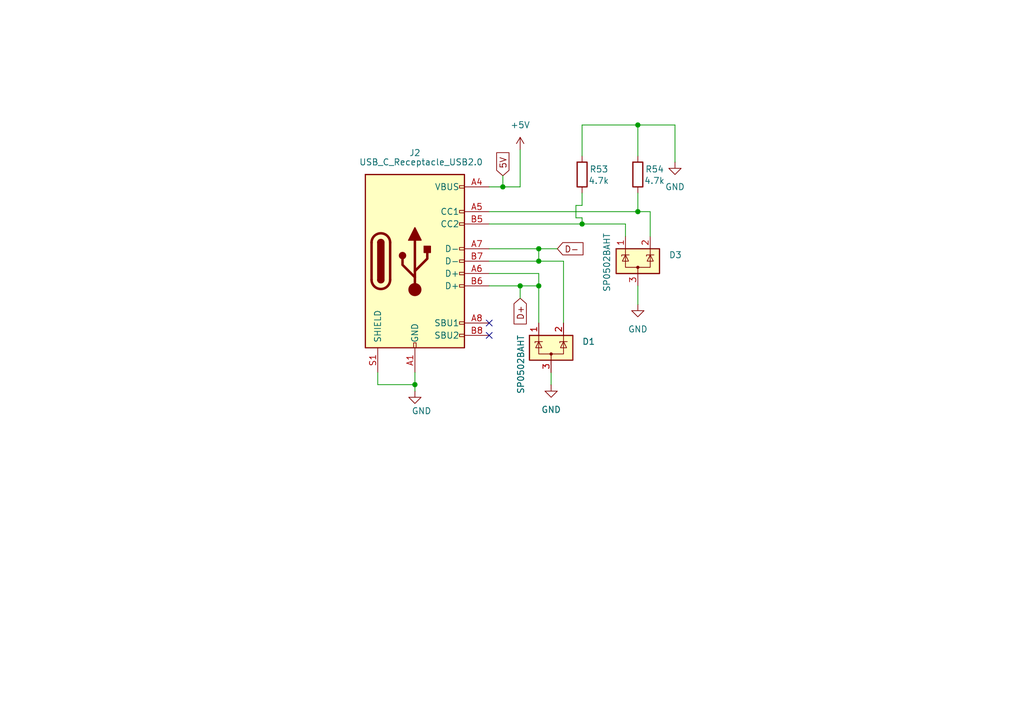
<source format=kicad_sch>
(kicad_sch (version 20231120) (generator "eeschema") (generator_version "8.0")
  (paper "A5")
  (title_block (title "Type C Terminal") (rev "V1.0") (company "MyoGen Solutions") (comment 1 "Designed By Eng. Ndambia M."))
  (lib_symbols
    (symbol "Connector:USB_C_Receptacle_USB2.0" (pin_names (offset 1.016))
      (property "Reference" "J" (at -10.16 19.05 0))
      (property "Value" "USB_C_Receptacle_USB2.0" (at 19.05 19.05 0))
      (symbol "USB_C_Receptacle_USB2.0_0_0"
        (rectangle (start -0.254 -17.78) (end 0.254 -16.764))
        (rectangle (start 10.16 -14.986) (end 9.144 -15.494))
        (rectangle (start 10.16 -12.446) (end 9.144 -12.954))
        (rectangle (start 10.16 -4.826) (end 9.144 -5.334))
        (rectangle (start 10.16 -2.286) (end 9.144 -2.794))
        (rectangle (start 10.16 0.254) (end 9.144 -0.254))
        (rectangle (start 10.16 2.794) (end 9.144 2.286))
        (rectangle (start 10.16 7.874) (end 9.144 7.366))
        (rectangle (start 10.16 10.414) (end 9.144 9.906))
        (rectangle (start 10.16 15.494) (end 9.144 14.986))
      )
      (symbol "USB_C_Receptacle_USB2.0_0_1"
        (rectangle (start -10.16 17.78) (end 10.16 -17.78) (stroke (width 0.254)) (fill (type background)))
        (arc (start -8.89 -3.81) (mid -6.985 -5.7067) (end -5.08 -3.81) (stroke (width 0.508)))
        (arc (start -7.62 -3.81) (mid -6.985 -4.4423) (end -6.35 -3.81) (stroke (width 0.254)))
        (arc (start -7.62 -3.81) (mid -6.985 -4.4423) (end -6.35 -3.81) (stroke (width 0.254)) (fill (type outline)))
        (rectangle (start -7.62 -3.81) (end -6.35 3.81) (stroke (width 0.254)) (fill (type outline)))
        (arc (start -6.35 3.81) (mid -6.985 4.4423) (end -7.62 3.81) (stroke (width 0.254)))
        (arc (start -6.35 3.81) (mid -6.985 4.4423) (end -7.62 3.81) (stroke (width 0.254)) (fill (type outline)))
        (arc (start -5.08 3.81) (mid -6.985 5.7067) (end -8.89 3.81) (stroke (width 0.508)))
        (circle (center -2.54 1.143) (radius 0.635) (stroke (width 0.254)) (fill (type outline)))
        (circle (center 0 -5.842) (radius 1.27) (fill (type outline)))
        (polyline (pts (xy -8.89 -3.81) (xy -8.89 3.81)) (stroke (width 0.508)))
        (polyline (pts (xy -5.08 3.81) (xy -5.08 -3.81)) (stroke (width 0.508)))
        (polyline (pts (xy 0 -5.842) (xy 0 4.318)) (stroke (width 0.508)))
        (polyline (pts (xy 0 -3.302) (xy -2.54 -0.762) (xy -2.54 0.508)) (stroke (width 0.508)))
        (polyline (pts (xy 0 -2.032) (xy 2.54 0.508) (xy 2.54 1.778)) (stroke (width 0.508)))
        (polyline (pts (xy -1.27 4.318) (xy 0 6.858) (xy 1.27 4.318) (xy -1.27 4.318)) (stroke (width 0.254)) (fill (type outline)))
        (rectangle (start 1.905 1.778) (end 3.175 3.048) (stroke (width 0.254)) (fill (type outline)))
      )
      (symbol "USB_C_Receptacle_USB2.0_1_1"
        (pin passive line (at 0 -22.86 90) (length 5.08) (name "GND") (number "A1"))
        (pin passive line (at 0 -22.86 90) (length 5.08) hide (name "GND") (number "A12"))
        (pin passive line (at 15.24 15.24 180) (length 5.08) (name "VBUS") (number "A4"))
        (pin bidirectional line (at 15.24 10.16 180) (length 5.08) (name "CC1") (number "A5"))
        (pin bidirectional line (at 15.24 -2.54 180) (length 5.08) (name "D+") (number "A6"))
        (pin bidirectional line (at 15.24 2.54 180) (length 5.08) (name "D-") (number "A7"))
        (pin bidirectional line (at 15.24 -12.7 180) (length 5.08) (name "SBU1") (number "A8"))
        (pin passive line (at 15.24 15.24 180) (length 5.08) hide (name "VBUS") (number "A9"))
        (pin passive line (at 0 -22.86 90) (length 5.08) hide (name "GND") (number "B1"))
        (pin passive line (at 0 -22.86 90) (length 5.08) hide (name "GND") (number "B12"))
        (pin passive line (at 15.24 15.24 180) (length 5.08) hide (name "VBUS") (number "B4"))
        (pin bidirectional line (at 15.24 7.62 180) (length 5.08) (name "CC2") (number "B5"))
        (pin bidirectional line (at 15.24 -5.08 180) (length 5.08) (name "D+") (number "B6"))
        (pin bidirectional line (at 15.24 0 180) (length 5.08) (name "D-") (number "B7"))
        (pin bidirectional line (at 15.24 -15.24 180) (length 5.08) (name "SBU2") (number "B8"))
        (pin passive line (at 15.24 15.24 180) (length 5.08) hide (name "VBUS") (number "B9"))
        (pin passive line (at -7.62 -22.86 90) (length 5.08) (name "SHIELD") (number "S1"))
      )
    )
    (symbol "Device:R" (pin_numbers hide) (pin_names (offset 0))
      (property "Reference" "R" (at 2.032 0 90))
      (property "Value" "R" (at 0 0 90))
      (symbol "R_0_1"
        (rectangle (start -1.016 -2.54) (end 1.016 2.54) (stroke (width 0.254)))
      )
      (symbol "R_1_1"
        (pin passive line (at 0 3.81 270) (length 1.27) (name "~") (number "1"))
        (pin passive line (at 0 -3.81 90) (length 1.27) (name "~") (number "2"))
      )
    )
    (symbol "Power_Protection:SP0502BAHT" (pin_names hide)
      (property "Reference" "D" (at 5.715 2.54 0))
      (property "Value" "SP0502BAHT" (at 5.715 0.635 0))
      (symbol "SP0502BAHT_0_0"
        (pin passive line (at 0 -5.08 90) (length 2.54) (name "A") (number "3"))
      )
      (symbol "SP0502BAHT_0_1"
        (rectangle (start -4.445 2.54) (end 4.445 -2.54) (stroke (width 0.254)) (fill (type background)))
        (circle (center 0 -1.27) (radius 0.254) (fill (type outline)))
        (polyline (pts (xy -2.54 2.54) (xy -2.54 1.27)))
        (polyline (pts (xy 0 -1.27) (xy 0 -2.54)))
        (polyline (pts (xy 2.54 2.54) (xy 2.54 1.27)))
        (polyline (pts (xy -3.302 1.016) (xy -3.302 1.27) (xy -1.905 1.27) (xy -1.778 1.27)))
        (polyline (pts (xy -2.54 1.27) (xy -2.54 -1.27) (xy 2.54 -1.27) (xy 2.54 1.27)))
        (polyline (pts (xy -2.54 1.27) (xy -1.905 0) (xy -3.175 0) (xy -2.54 1.27)))
        (polyline (pts (xy 1.778 1.016) (xy 1.778 1.27) (xy 3.175 1.27) (xy 3.302 1.27)))
        (polyline (pts (xy 2.54 1.27) (xy 1.905 0) (xy 3.175 0) (xy 2.54 1.27)))
      )
      (symbol "SP0502BAHT_1_1"
        (pin passive line (at -2.54 5.08 270) (length 2.54) (name "K") (number "1"))
        (pin passive line (at 2.54 5.08 270) (length 2.54) (name "K") (number "2"))
      )
    )
    (symbol "power:+5V" (power) (pin_names (offset 0))
      (property "Value" "+5V" (at 0 3.556 0))
      (symbol "+5V_0_1"
        (polyline (pts (xy -0.762 1.27) (xy 0 2.54)))
        (polyline (pts (xy 0 0) (xy 0 2.54)))
        (polyline (pts (xy 0 2.54) (xy 0.762 1.27)))
      )
      (symbol "+5V_1_1"
        (pin power_in line (at 0 0 90) (length 0) hide (name "+5V") (number "1"))
      )
    )
    (symbol "power:GND" (power) (pin_numbers hide) (pin_names (offset 0) hide)
      (property "Value" "GND" (at 0 -3.81 0))
      (symbol "GND_0_1"
        (polyline (pts (xy 0 0) (xy 0 -1.27) (xy 1.27 -1.27) (xy 0 -2.54) (xy -1.27 -1.27) (xy 0 -1.27)))
      )
      (symbol "GND_1_1"
        (pin power_in line (at 0 0 270) (length 0) (name "~") (number "1"))
      )
    )
  )
  (junction (at 85.09 78.9355))
  (junction (at 110.49 51.054))
  (junction (at 119.38 45.974))
  (junction (at 110.49 53.594))
  (junction (at 110.49 58.674))
  (junction (at 130.81 25.654))
  (junction (at 103.124 38.354))
  (junction (at 130.81 43.434))
  (junction (at 106.68 58.674))
  (no_connect (at 100.33 66.294))
  (no_connect (at 100.33 68.834))
  (wire (pts (xy 119.38 42.164) (xy 118.11 42.164)))
  (wire (pts (xy 110.49 51.054) (xy 110.49 53.594)))
  (wire (pts (xy 106.68 58.674) (xy 110.49 58.674)))
  (wire (pts (xy 119.38 39.624) (xy 119.38 42.164)))
  (wire (pts (xy 119.38 32.004) (xy 119.38 25.654)))
  (wire (pts (xy 130.81 58.674) (xy 130.81 62.484)))
  (wire (pts (xy 100.33 43.434) (xy 130.81 43.434)))
  (wire (pts (xy 103.124 38.354) (xy 106.68 38.354)))
  (wire (pts (xy 110.49 58.674) (xy 110.49 66.294)))
  (wire (pts (xy 100.33 53.594) (xy 110.49 53.594)))
  (wire (pts (xy 115.57 53.594) (xy 115.57 66.294)))
  (wire (pts (xy 106.68 30.734) (xy 106.68 38.354)))
  (wire (pts (xy 110.49 51.054) (xy 114.3 51.054)))
  (wire (pts (xy 113.03 76.454) (xy 113.03 78.994)))
  (wire (pts (xy 106.68 58.674) (xy 106.68 61.214)))
  (wire (pts (xy 100.33 56.134) (xy 110.49 56.134)))
  (wire (pts (xy 133.35 43.434) (xy 133.35 48.514)))
  (wire (pts (xy 130.81 25.654) (xy 138.43 25.654)))
  (wire (pts (xy 128.27 45.974) (xy 128.27 48.514)))
  (wire (pts (xy 100.33 58.674) (xy 106.68 58.674)))
  (wire (pts (xy 119.38 25.654) (xy 130.81 25.654)))
  (wire (pts (xy 130.81 25.654) (xy 130.81 32.004)))
  (wire (pts (xy 77.47 76.454) (xy 77.47 78.9355)))
  (wire (pts (xy 85.09 78.9355) (xy 85.09 80.264)))
  (wire (pts (xy 110.49 56.134) (xy 110.49 58.674)))
  (wire (pts (xy 130.81 39.624) (xy 130.81 43.434)))
  (wire (pts (xy 138.43 25.654) (xy 138.43 33.274)))
  (wire (pts (xy 103.124 36.068) (xy 103.124 38.354)))
  (wire (pts (xy 77.47 78.9355) (xy 85.09 78.9355)))
  (wire (pts (xy 110.49 53.594) (xy 115.57 53.594)))
  (wire (pts (xy 130.81 43.434) (xy 133.35 43.434)))
  (wire (pts (xy 100.33 45.974) (xy 119.38 45.974)))
  (wire (pts (xy 85.09 76.454) (xy 85.09 78.9355)))
  (wire (pts (xy 118.11 42.164) (xy 118.11 44.704)))
  (wire (pts (xy 118.11 44.704) (xy 119.38 44.704)))
  (wire (pts (xy 100.33 38.354) (xy 103.124 38.354)))
  (wire (pts (xy 100.33 51.054) (xy 110.49 51.054)))
  (wire (pts (xy 119.38 45.974) (xy 128.27 45.974)))
  (wire (pts (xy 119.38 44.704) (xy 119.38 45.974)))
  (global_label "D-" (shape input) (at 114.3 51.054 0) (property "Intersheetrefs" "${INTERSHEET_REFS}" (effects (hide yes))))
  (global_label "D+" (shape input) (at 106.68 61.214 270) (property "Intersheetrefs" "${INTERSHEET_REFS}" (effects (hide yes))))
  (global_label "5V" (shape input) (at 103.124 36.068 90) (property "Intersheetrefs" "${INTERSHEET_REFS}" (effects (hide yes))))
  (symbol (lib_id "Device:R") (at 130.81 35.814 0) (unit 1)
    (property "Reference" "R54" (at 132.3079 34.7312 0) (effects (justify left)))
    (property "Value" "4.7k" (at 132.08 37.084 0) (effects (justify left)))
    (property "Footprint" "Resistor_SMD:R_0201_0603Metric" (effects (hide yes)))
  )
  (symbol (lib_id "power:GND") (at 85.09 80.264 0) (unit 1)
    (property "Reference" "#PWR058" (effects (hide yes)))
    (property "Value" "GND" (at 86.4501 84.3425 0))
  )
  (symbol (lib_id "power:+5V") (at 106.68 30.734 0) (unit 1)
    (property "Reference" "#PWR059" (effects (hide yes)))
    (property "Value" "+5V" (at 106.68 25.654 0))
  )
  (symbol (lib_id "Power_Protection:SP0502BAHT") (at 130.81 53.594 0) (unit 1)
    (property "Reference" "D3" (at 137.16 52.324 0) (effects (justify left)))
    (property "Value" "SP0502BAHT" (at 124.46 59.944 90) (effects (justify left)))
    (property "Footprint" "Package_TO_SOT_SMD:SOT-23" (effects (hide yes)))
    (property "Datasheet" "http://www.littelfuse.com/~/media/files/littelfuse/technical%20resources/documents/data%20sheets/sp05xxba.pdf" (effects (hide yes)))
  )
  (symbol (lib_id "power:GND") (at 138.43 33.274 0) (unit 1)
    (property "Reference" "#PWR062" (effects (hide yes)))
    (property "Value" "GND" (at 138.43 38.354 0))
  )
  (symbol (lib_id "Device:R") (at 119.38 35.814 0) (unit 1)
    (property "Reference" "R53" (at 120.8779 34.7312 0) (effects (justify left)))
    (property "Value" "4.7k" (at 120.65 37.084 0) (effects (justify left)))
    (property "Footprint" "Resistor_SMD:R_0201_0603Metric" (effects (hide yes)))
  )
  (symbol (lib_id "power:GND") (at 130.81 62.484 0) (unit 1)
    (property "Reference" "#PWR061" (effects (hide yes)))
    (property "Value" "GND" (at 130.81 67.564 0))
  )
  (symbol (lib_id "power:GND") (at 113.03 78.994 0) (unit 1)
    (property "Reference" "#PWR060" (effects (hide yes)))
    (property "Value" "GND" (at 113.03 84.074 0))
  )
  (symbol (lib_id "Power_Protection:SP0502BAHT") (at 113.03 71.374 0) (unit 1)
    (property "Reference" "D1" (at 119.38 70.104 0) (effects (justify left)))
    (property "Value" "SP0502BAHT" (at 106.8254 80.8858 90) (effects (justify left)))
    (property "Footprint" "Package_TO_SOT_SMD:SOT-23" (effects (hide yes)))
    (property "Datasheet" "http://www.littelfuse.com/~/media/files/littelfuse/technical%20resources/documents/data%20sheets/sp05xxba.pdf" (effects (hide yes)))
  )
  (symbol (lib_id "Connector:USB_C_Receptacle_USB2.0") (at 85.09 53.594 0) (unit 1)
    (property "Reference" "J2" (at 85.09 31.369 0))
    (property "Value" "USB_C_Receptacle_USB2.0" (at 86.36 33.274 0))
    (property "Footprint" "Connector_USB:USB_C_Receptacle_G-Switch_GT-USB-7010ASV" (effects (hide yes)))
    (property "Datasheet" "https://www.usb.org/sites/default/files/documents/usb_type-c.zip" (effects (hide yes)))
  )
)
</source>
